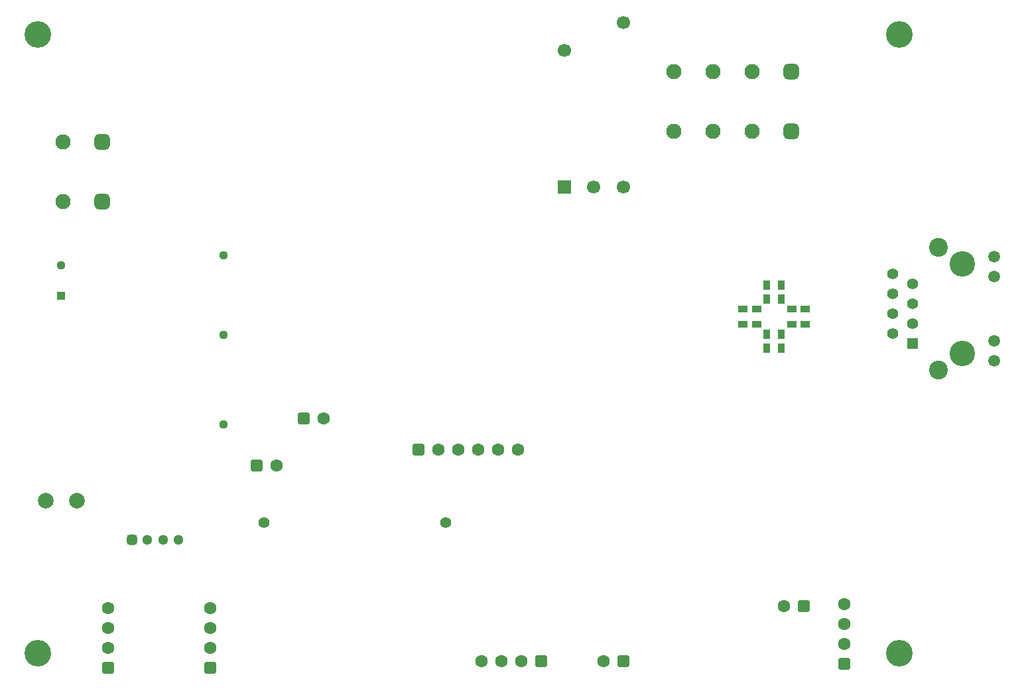
<source format=gbr>
%TF.GenerationSoftware,Altium Limited,Altium Designer,22.7.1 (60)*%
G04 Layer_Color=255*
%FSLAX43Y43*%
%MOMM*%
%TF.SameCoordinates,78523E66-F16A-4A5C-AB3F-0B208B4BDBBB*%
%TF.FilePolarity,Positive*%
%TF.FileFunction,Pads,Bot*%
%TF.Part,Single*%
G01*
G75*
%TA.AperFunction,SMDPad,CuDef*%
%ADD17R,1.300X0.900*%
%ADD18R,0.900X1.300*%
%TA.AperFunction,ComponentPad*%
%ADD40C,1.110*%
%ADD41R,1.110X1.110*%
G04:AMPARAMS|DCode=42|XSize=1.95mm|YSize=1.95mm|CornerRadius=0.488mm|HoleSize=0mm|Usage=FLASHONLY|Rotation=180.000|XOffset=0mm|YOffset=0mm|HoleType=Round|Shape=RoundedRectangle|*
%AMROUNDEDRECTD42*
21,1,1.950,0.975,0,0,180.0*
21,1,0.975,1.950,0,0,180.0*
1,1,0.975,-0.488,0.488*
1,1,0.975,0.488,0.488*
1,1,0.975,0.488,-0.488*
1,1,0.975,-0.488,-0.488*
%
%ADD42ROUNDEDRECTD42*%
%ADD43C,1.950*%
%ADD44R,1.700X1.700*%
%ADD45C,1.700*%
%ADD46R,1.408X1.408*%
%ADD47C,1.408*%
%ADD48C,3.250*%
%ADD49C,2.400*%
%ADD50C,1.508*%
%ADD51C,1.400*%
%ADD52C,1.600*%
G04:AMPARAMS|DCode=53|XSize=1.6mm|YSize=1.6mm|CornerRadius=0.4mm|HoleSize=0mm|Usage=FLASHONLY|Rotation=90.000|XOffset=0mm|YOffset=0mm|HoleType=Round|Shape=RoundedRectangle|*
%AMROUNDEDRECTD53*
21,1,1.600,0.800,0,0,90.0*
21,1,0.800,1.600,0,0,90.0*
1,1,0.800,0.400,0.400*
1,1,0.800,0.400,-0.400*
1,1,0.800,-0.400,-0.400*
1,1,0.800,-0.400,0.400*
%
%ADD53ROUNDEDRECTD53*%
G04:AMPARAMS|DCode=54|XSize=1.6mm|YSize=1.6mm|CornerRadius=0.4mm|HoleSize=0mm|Usage=FLASHONLY|Rotation=0.000|XOffset=0mm|YOffset=0mm|HoleType=Round|Shape=RoundedRectangle|*
%AMROUNDEDRECTD54*
21,1,1.600,0.800,0,0,0.0*
21,1,0.800,1.600,0,0,0.0*
1,1,0.800,0.400,-0.400*
1,1,0.800,-0.400,-0.400*
1,1,0.800,-0.400,0.400*
1,1,0.800,0.400,0.400*
%
%ADD54ROUNDEDRECTD54*%
%ADD55C,2.000*%
%TA.AperFunction,ViaPad*%
%ADD56C,3.400*%
%TA.AperFunction,ComponentPad*%
%ADD57C,1.300*%
G04:AMPARAMS|DCode=58|XSize=1.3mm|YSize=1.3mm|CornerRadius=0.325mm|HoleSize=0mm|Usage=FLASHONLY|Rotation=180.000|XOffset=0mm|YOffset=0mm|HoleType=Round|Shape=RoundedRectangle|*
%AMROUNDEDRECTD58*
21,1,1.300,0.650,0,0,180.0*
21,1,0.650,1.300,0,0,180.0*
1,1,0.650,-0.325,0.325*
1,1,0.650,0.325,0.325*
1,1,0.650,0.325,-0.325*
1,1,0.650,-0.325,-0.325*
%
%ADD58ROUNDEDRECTD58*%
D17*
X116257Y50050D02*
D03*
Y51950D02*
D03*
X111757Y50050D02*
D03*
Y51950D02*
D03*
X118007Y51950D02*
D03*
Y50050D02*
D03*
X110007Y51950D02*
D03*
Y50050D02*
D03*
D18*
X114957Y48750D02*
D03*
X113057D02*
D03*
X113050Y47000D02*
D03*
X114950D02*
D03*
X113057Y53250D02*
D03*
X114957D02*
D03*
X113057Y55000D02*
D03*
X114957D02*
D03*
D40*
X43760Y37270D02*
D03*
Y48700D02*
D03*
Y58860D02*
D03*
X23000Y57570D02*
D03*
D41*
Y53670D02*
D03*
D42*
X28230Y65680D02*
D03*
Y73300D02*
D03*
X116230Y82300D02*
D03*
Y74680D02*
D03*
D43*
X23230Y65680D02*
D03*
Y73300D02*
D03*
X106230Y74680D02*
D03*
X111230Y82300D02*
D03*
Y74680D02*
D03*
X106230Y82300D02*
D03*
X101230D02*
D03*
Y74680D02*
D03*
D44*
X87250Y67500D02*
D03*
D45*
X91000D02*
D03*
X94750Y88500D02*
D03*
Y67500D02*
D03*
X87250Y85000D02*
D03*
D46*
X131650Y47555D02*
D03*
D47*
X129110Y48825D02*
D03*
X131650Y50095D02*
D03*
X129110Y51365D02*
D03*
X131650Y52635D02*
D03*
X129110Y53905D02*
D03*
X131650Y55175D02*
D03*
X129110Y56445D02*
D03*
D48*
X138000Y46285D02*
D03*
Y57715D02*
D03*
D49*
X134950Y59815D02*
D03*
Y44185D02*
D03*
D50*
X142060Y45370D02*
D03*
Y58630D02*
D03*
Y47910D02*
D03*
Y56090D02*
D03*
D51*
X72094Y24703D02*
D03*
X48894D02*
D03*
D52*
X123000Y9230D02*
D03*
Y11770D02*
D03*
Y14310D02*
D03*
X56540Y38000D02*
D03*
X50520Y32000D02*
D03*
X42000Y8730D02*
D03*
Y11270D02*
D03*
Y13810D02*
D03*
X115230Y14000D02*
D03*
X76270Y34000D02*
D03*
X71190D02*
D03*
X73730D02*
D03*
X78810D02*
D03*
X81350D02*
D03*
X29000Y8730D02*
D03*
Y11270D02*
D03*
Y13810D02*
D03*
X92230Y7000D02*
D03*
X81770D02*
D03*
X79230D02*
D03*
X76690D02*
D03*
D53*
X123000Y6690D02*
D03*
X42000Y6190D02*
D03*
X29000D02*
D03*
D54*
X54000Y38000D02*
D03*
X47980Y32000D02*
D03*
X117770Y14000D02*
D03*
X68650Y34000D02*
D03*
X94770Y7000D02*
D03*
X84310D02*
D03*
D55*
X25000Y27500D02*
D03*
X21000D02*
D03*
D56*
X130000Y87000D02*
D03*
X20000D02*
D03*
X130000Y8000D02*
D03*
X20000D02*
D03*
D57*
X38000Y22500D02*
D03*
X36000D02*
D03*
X34000D02*
D03*
D58*
X32000D02*
D03*
%TF.MD5,14662baac52878caad569e606bc5a9d4*%
M02*

</source>
